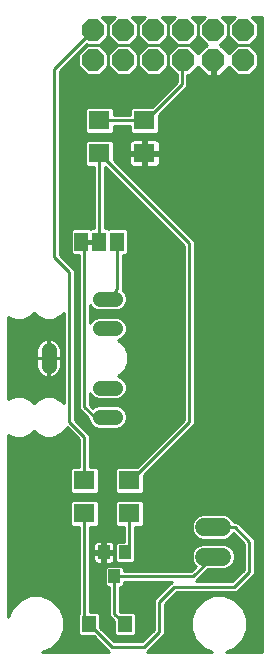
<source format=gtl>
G75*
%MOIN*%
%OFA0B0*%
%FSLAX25Y25*%
%IPPOS*%
%LPD*%
%AMOC8*
5,1,8,0,0,1.08239X$1,22.5*
%
%ADD10C,0.05118*%
%ADD11OC8,0.07400*%
%ADD12R,0.04600X0.06300*%
%ADD13C,0.01600*%
%ADD14R,0.04724X0.05512*%
%ADD15R,0.07087X0.06299*%
%ADD16R,0.04000X0.04500*%
%ADD17C,0.05937*%
%ADD18C,0.01000*%
D10*
X0046689Y0093075D02*
X0051807Y0093075D01*
X0051807Y0102917D02*
X0046689Y0102917D01*
X0046689Y0122602D02*
X0051807Y0122602D01*
X0051807Y0132445D02*
X0046689Y0132445D01*
X0029563Y0115319D02*
X0029563Y0110201D01*
D11*
X0044453Y0212091D03*
X0044453Y0222091D03*
X0054453Y0222091D03*
X0054453Y0212091D03*
X0064453Y0212091D03*
X0064453Y0222091D03*
X0074453Y0222091D03*
X0074453Y0212091D03*
X0084453Y0212091D03*
X0084453Y0222091D03*
X0094453Y0222091D03*
X0094453Y0212091D03*
D12*
X0052500Y0151500D03*
X0046500Y0151500D03*
X0040500Y0151500D03*
D13*
X0041500Y0151500D02*
X0046500Y0151500D01*
D14*
X0043094Y0024000D03*
X0054906Y0024000D03*
D15*
X0056500Y0060988D03*
X0056500Y0072012D03*
X0041500Y0072012D03*
X0041500Y0060988D03*
X0046500Y0180988D03*
X0046500Y0192012D03*
X0061500Y0192012D03*
X0061500Y0180988D03*
D16*
X0055000Y0048000D03*
X0051500Y0040000D03*
X0048000Y0048000D03*
D17*
X0081465Y0046579D02*
X0087402Y0046579D01*
X0087402Y0056421D02*
X0081465Y0056421D01*
D18*
X0016000Y0026403D02*
X0016000Y0087188D01*
X0018355Y0086213D01*
X0021085Y0086213D01*
X0023608Y0087257D01*
X0024642Y0088291D01*
X0025676Y0087257D01*
X0028198Y0086213D01*
X0030928Y0086213D01*
X0033450Y0087257D01*
X0035380Y0089188D01*
X0035640Y0089814D01*
X0035754Y0089700D01*
X0039700Y0085754D01*
X0039700Y0076461D01*
X0037418Y0076461D01*
X0036657Y0075700D01*
X0036657Y0068324D01*
X0037418Y0067562D01*
X0045582Y0067562D01*
X0046343Y0068324D01*
X0046343Y0075700D01*
X0045582Y0076461D01*
X0043300Y0076461D01*
X0043300Y0087246D01*
X0038300Y0092246D01*
X0038300Y0142246D01*
X0033300Y0147246D01*
X0033300Y0208392D01*
X0042190Y0217282D01*
X0042382Y0217091D01*
X0046524Y0217091D01*
X0049453Y0220019D01*
X0052382Y0217091D01*
X0056524Y0217091D01*
X0059453Y0220019D01*
X0062382Y0217091D01*
X0066524Y0217091D01*
X0069453Y0220019D01*
X0072382Y0217091D01*
X0076524Y0217091D01*
X0079453Y0220019D01*
X0082240Y0217232D01*
X0079311Y0214303D01*
X0076524Y0217091D01*
X0072382Y0217091D01*
X0069453Y0214162D01*
X0069453Y0210019D01*
X0072200Y0207272D01*
X0072200Y0204746D01*
X0063916Y0196461D01*
X0057418Y0196461D01*
X0056657Y0195700D01*
X0056657Y0193812D01*
X0051343Y0193812D01*
X0051343Y0195700D01*
X0050582Y0196461D01*
X0042418Y0196461D01*
X0041657Y0195700D01*
X0041657Y0188324D01*
X0042418Y0187562D01*
X0050582Y0187562D01*
X0051343Y0188324D01*
X0051343Y0190212D01*
X0056657Y0190212D01*
X0056657Y0188324D01*
X0057418Y0187562D01*
X0065582Y0187562D01*
X0066343Y0188324D01*
X0066343Y0193798D01*
X0074746Y0202200D01*
X0075800Y0203254D01*
X0075800Y0207091D01*
X0076524Y0207091D01*
X0079311Y0209878D01*
X0082299Y0206891D01*
X0083953Y0206891D01*
X0083953Y0211590D01*
X0084953Y0211590D01*
X0084953Y0206891D01*
X0086607Y0206891D01*
X0089594Y0209878D01*
X0092382Y0207091D01*
X0096524Y0207091D01*
X0099453Y0210019D01*
X0099453Y0214162D01*
X0096524Y0217091D01*
X0099453Y0220019D01*
X0099453Y0224162D01*
X0097244Y0226370D01*
X0100701Y0226370D01*
X0100701Y0014898D01*
X0088529Y0014898D01*
X0091642Y0016187D01*
X0094293Y0018838D01*
X0095728Y0022302D01*
X0095728Y0026052D01*
X0094293Y0029516D01*
X0091642Y0032167D01*
X0088178Y0033602D01*
X0084428Y0033602D01*
X0080964Y0032167D01*
X0078313Y0029516D01*
X0076878Y0026052D01*
X0076878Y0022302D01*
X0078313Y0018838D01*
X0080964Y0016187D01*
X0084077Y0014898D01*
X0062443Y0014898D01*
X0063300Y0015754D01*
X0068300Y0020754D01*
X0068300Y0030754D01*
X0072246Y0034700D01*
X0092246Y0034700D01*
X0093300Y0035754D01*
X0098300Y0040754D01*
X0098300Y0052246D01*
X0097246Y0053300D01*
X0092324Y0058221D01*
X0091276Y0058221D01*
X0091020Y0058839D01*
X0089819Y0060040D01*
X0088251Y0060690D01*
X0080616Y0060690D01*
X0079047Y0060040D01*
X0077846Y0058839D01*
X0077196Y0057270D01*
X0077196Y0055572D01*
X0077846Y0054003D01*
X0079047Y0052803D01*
X0080616Y0052153D01*
X0088251Y0052153D01*
X0089819Y0052803D01*
X0091020Y0054003D01*
X0091146Y0054308D01*
X0094700Y0050754D01*
X0094700Y0042246D01*
X0090754Y0038300D01*
X0078700Y0038300D01*
X0082710Y0042310D01*
X0088251Y0042310D01*
X0089819Y0042960D01*
X0091020Y0044161D01*
X0091670Y0045730D01*
X0091670Y0047428D01*
X0091020Y0048997D01*
X0089819Y0050197D01*
X0088251Y0050847D01*
X0080616Y0050847D01*
X0079047Y0050197D01*
X0077846Y0048997D01*
X0077196Y0047428D01*
X0077196Y0045730D01*
X0077846Y0044161D01*
X0078658Y0043349D01*
X0077109Y0041800D01*
X0054800Y0041800D01*
X0054800Y0042788D01*
X0054038Y0043550D01*
X0048962Y0043550D01*
X0048200Y0042788D01*
X0048200Y0037212D01*
X0048962Y0036450D01*
X0049700Y0036450D01*
X0049700Y0026660D01*
X0051243Y0025117D01*
X0051243Y0020706D01*
X0052005Y0019944D01*
X0057806Y0019944D01*
X0058568Y0020706D01*
X0058568Y0027294D01*
X0057806Y0028056D01*
X0053395Y0028056D01*
X0053300Y0028151D01*
X0053300Y0036450D01*
X0054038Y0036450D01*
X0054800Y0037212D01*
X0054800Y0038200D01*
X0070654Y0038200D01*
X0065754Y0033300D01*
X0064700Y0032246D01*
X0064700Y0022246D01*
X0060754Y0018300D01*
X0051340Y0018300D01*
X0046757Y0022883D01*
X0046757Y0027294D01*
X0045995Y0028056D01*
X0043300Y0028056D01*
X0043300Y0056539D01*
X0045582Y0056539D01*
X0046343Y0057300D01*
X0046343Y0064676D01*
X0045582Y0065438D01*
X0037418Y0065438D01*
X0036657Y0064676D01*
X0036657Y0057300D01*
X0037418Y0056539D01*
X0039700Y0056539D01*
X0039700Y0027562D01*
X0039432Y0027294D01*
X0039432Y0020706D01*
X0040194Y0019944D01*
X0044605Y0019944D01*
X0049651Y0014898D01*
X0027505Y0014898D01*
X0030618Y0016187D01*
X0033270Y0018838D01*
X0034705Y0022302D01*
X0034705Y0026052D01*
X0033270Y0029516D01*
X0030618Y0032167D01*
X0027154Y0033602D01*
X0023405Y0033602D01*
X0019941Y0032167D01*
X0017289Y0029516D01*
X0016000Y0026403D01*
X0016000Y0027372D02*
X0016401Y0027372D01*
X0016000Y0028370D02*
X0016815Y0028370D01*
X0017229Y0029369D02*
X0016000Y0029369D01*
X0016000Y0030368D02*
X0018141Y0030368D01*
X0019139Y0031366D02*
X0016000Y0031366D01*
X0016000Y0032365D02*
X0020417Y0032365D01*
X0022828Y0033363D02*
X0016000Y0033363D01*
X0016000Y0034362D02*
X0039700Y0034362D01*
X0039700Y0035360D02*
X0016000Y0035360D01*
X0016000Y0036359D02*
X0039700Y0036359D01*
X0039700Y0037357D02*
X0016000Y0037357D01*
X0016000Y0038356D02*
X0039700Y0038356D01*
X0039700Y0039354D02*
X0016000Y0039354D01*
X0016000Y0040353D02*
X0039700Y0040353D01*
X0039700Y0041351D02*
X0016000Y0041351D01*
X0016000Y0042350D02*
X0039700Y0042350D01*
X0039700Y0043348D02*
X0016000Y0043348D01*
X0016000Y0044347D02*
X0039700Y0044347D01*
X0039700Y0045345D02*
X0016000Y0045345D01*
X0016000Y0046344D02*
X0039700Y0046344D01*
X0039700Y0047342D02*
X0016000Y0047342D01*
X0016000Y0048341D02*
X0039700Y0048341D01*
X0039700Y0049339D02*
X0016000Y0049339D01*
X0016000Y0050338D02*
X0039700Y0050338D01*
X0039700Y0051336D02*
X0016000Y0051336D01*
X0016000Y0052335D02*
X0039700Y0052335D01*
X0039700Y0053333D02*
X0016000Y0053333D01*
X0016000Y0054332D02*
X0039700Y0054332D01*
X0039700Y0055330D02*
X0016000Y0055330D01*
X0016000Y0056329D02*
X0039700Y0056329D01*
X0036657Y0057327D02*
X0016000Y0057327D01*
X0016000Y0058326D02*
X0036657Y0058326D01*
X0036657Y0059324D02*
X0016000Y0059324D01*
X0016000Y0060323D02*
X0036657Y0060323D01*
X0036657Y0061321D02*
X0016000Y0061321D01*
X0016000Y0062320D02*
X0036657Y0062320D01*
X0036657Y0063318D02*
X0016000Y0063318D01*
X0016000Y0064317D02*
X0036657Y0064317D01*
X0037296Y0065315D02*
X0016000Y0065315D01*
X0016000Y0066314D02*
X0100701Y0066314D01*
X0100701Y0067312D02*
X0016000Y0067312D01*
X0016000Y0068311D02*
X0036669Y0068311D01*
X0036657Y0069309D02*
X0016000Y0069309D01*
X0016000Y0070308D02*
X0036657Y0070308D01*
X0036657Y0071306D02*
X0016000Y0071306D01*
X0016000Y0072305D02*
X0036657Y0072305D01*
X0036657Y0073303D02*
X0016000Y0073303D01*
X0016000Y0074302D02*
X0036657Y0074302D01*
X0036657Y0075301D02*
X0016000Y0075301D01*
X0016000Y0076299D02*
X0037256Y0076299D01*
X0039700Y0077298D02*
X0016000Y0077298D01*
X0016000Y0078296D02*
X0039700Y0078296D01*
X0039700Y0079295D02*
X0016000Y0079295D01*
X0016000Y0080293D02*
X0039700Y0080293D01*
X0039700Y0081292D02*
X0016000Y0081292D01*
X0016000Y0082290D02*
X0039700Y0082290D01*
X0039700Y0083289D02*
X0016000Y0083289D01*
X0016000Y0084287D02*
X0039700Y0084287D01*
X0039700Y0085286D02*
X0016000Y0085286D01*
X0016000Y0086284D02*
X0018183Y0086284D01*
X0021258Y0086284D02*
X0028025Y0086284D01*
X0025651Y0087283D02*
X0023633Y0087283D01*
X0024631Y0088281D02*
X0024652Y0088281D01*
X0024642Y0097858D02*
X0023608Y0098892D01*
X0021085Y0099937D01*
X0018355Y0099937D01*
X0016000Y0098961D01*
X0016000Y0126558D01*
X0018355Y0125583D01*
X0021085Y0125583D01*
X0023608Y0126627D01*
X0024642Y0127662D01*
X0025676Y0126627D01*
X0028198Y0125583D01*
X0030928Y0125583D01*
X0033450Y0126627D01*
X0034700Y0127877D01*
X0034700Y0097642D01*
X0033450Y0098892D01*
X0030928Y0099937D01*
X0028198Y0099937D01*
X0025676Y0098892D01*
X0024642Y0097858D01*
X0024234Y0098266D02*
X0025050Y0098266D01*
X0026575Y0099265D02*
X0022708Y0099265D01*
X0027640Y0106604D02*
X0026975Y0107048D01*
X0026410Y0107613D01*
X0025966Y0108278D01*
X0025660Y0109017D01*
X0025504Y0109801D01*
X0025504Y0112669D01*
X0029472Y0112669D01*
X0029472Y0112850D01*
X0025504Y0112850D01*
X0025504Y0115719D01*
X0025660Y0116503D01*
X0025966Y0117242D01*
X0026410Y0117906D01*
X0026975Y0118472D01*
X0027640Y0118916D01*
X0028379Y0119222D01*
X0029163Y0119378D01*
X0029472Y0119378D01*
X0029472Y0112850D01*
X0029654Y0112850D01*
X0033622Y0112850D01*
X0033622Y0115719D01*
X0033466Y0116503D01*
X0033160Y0117242D01*
X0032716Y0117906D01*
X0032150Y0118472D01*
X0031486Y0118916D01*
X0030747Y0119222D01*
X0029963Y0119378D01*
X0029654Y0119378D01*
X0029654Y0112850D01*
X0029654Y0112669D01*
X0033622Y0112669D01*
X0033622Y0109801D01*
X0033466Y0109017D01*
X0033160Y0108278D01*
X0032716Y0107613D01*
X0032150Y0107048D01*
X0031486Y0106604D01*
X0030747Y0106298D01*
X0029963Y0106142D01*
X0029654Y0106142D01*
X0029654Y0112669D01*
X0029472Y0112669D01*
X0029472Y0106142D01*
X0029163Y0106142D01*
X0028379Y0106298D01*
X0027640Y0106604D01*
X0028597Y0106254D02*
X0016000Y0106254D01*
X0016000Y0105256D02*
X0034700Y0105256D01*
X0034700Y0106254D02*
X0030529Y0106254D01*
X0029654Y0106254D02*
X0029472Y0106254D01*
X0029472Y0107253D02*
X0029654Y0107253D01*
X0029654Y0108251D02*
X0029472Y0108251D01*
X0029472Y0109250D02*
X0029654Y0109250D01*
X0029654Y0110248D02*
X0029472Y0110248D01*
X0029472Y0111247D02*
X0029654Y0111247D01*
X0029654Y0112245D02*
X0029472Y0112245D01*
X0029472Y0113244D02*
X0029654Y0113244D01*
X0029654Y0114242D02*
X0029472Y0114242D01*
X0029472Y0115241D02*
X0029654Y0115241D01*
X0029654Y0116239D02*
X0029472Y0116239D01*
X0029472Y0117238D02*
X0029654Y0117238D01*
X0029654Y0118237D02*
X0029472Y0118237D01*
X0029472Y0119235D02*
X0029654Y0119235D01*
X0030681Y0119235D02*
X0034700Y0119235D01*
X0034700Y0118237D02*
X0032386Y0118237D01*
X0033162Y0117238D02*
X0034700Y0117238D01*
X0034700Y0116239D02*
X0033518Y0116239D01*
X0033622Y0115241D02*
X0034700Y0115241D01*
X0034700Y0114242D02*
X0033622Y0114242D01*
X0033622Y0113244D02*
X0034700Y0113244D01*
X0034700Y0112245D02*
X0033622Y0112245D01*
X0033622Y0111247D02*
X0034700Y0111247D01*
X0034700Y0110248D02*
X0033622Y0110248D01*
X0033512Y0109250D02*
X0034700Y0109250D01*
X0034700Y0108251D02*
X0033142Y0108251D01*
X0032355Y0107253D02*
X0034700Y0107253D01*
X0034700Y0104257D02*
X0016000Y0104257D01*
X0016000Y0103259D02*
X0034700Y0103259D01*
X0034700Y0102260D02*
X0016000Y0102260D01*
X0016000Y0101262D02*
X0034700Y0101262D01*
X0034700Y0100263D02*
X0016000Y0100263D01*
X0016000Y0099265D02*
X0016733Y0099265D01*
X0016000Y0107253D02*
X0026771Y0107253D01*
X0025984Y0108251D02*
X0016000Y0108251D01*
X0016000Y0109250D02*
X0025614Y0109250D01*
X0025504Y0110248D02*
X0016000Y0110248D01*
X0016000Y0111247D02*
X0025504Y0111247D01*
X0025504Y0112245D02*
X0016000Y0112245D01*
X0016000Y0113244D02*
X0025504Y0113244D01*
X0025504Y0114242D02*
X0016000Y0114242D01*
X0016000Y0115241D02*
X0025504Y0115241D01*
X0025608Y0116239D02*
X0016000Y0116239D01*
X0016000Y0117238D02*
X0025964Y0117238D01*
X0026740Y0118237D02*
X0016000Y0118237D01*
X0016000Y0119235D02*
X0028445Y0119235D01*
X0026648Y0126225D02*
X0022635Y0126225D01*
X0024203Y0127223D02*
X0025080Y0127223D01*
X0032478Y0126225D02*
X0034700Y0126225D01*
X0034700Y0127223D02*
X0034046Y0127223D01*
X0034700Y0125226D02*
X0016000Y0125226D01*
X0016000Y0124228D02*
X0034700Y0124228D01*
X0034700Y0123229D02*
X0016000Y0123229D01*
X0016000Y0122231D02*
X0034700Y0122231D01*
X0034700Y0121232D02*
X0016000Y0121232D01*
X0016000Y0120234D02*
X0034700Y0120234D01*
X0038300Y0120234D02*
X0039700Y0120234D01*
X0039700Y0121232D02*
X0038300Y0121232D01*
X0038300Y0122231D02*
X0039700Y0122231D01*
X0039700Y0123229D02*
X0038300Y0123229D01*
X0038300Y0124228D02*
X0039700Y0124228D01*
X0039700Y0125226D02*
X0038300Y0125226D01*
X0038300Y0126225D02*
X0039700Y0126225D01*
X0039700Y0127223D02*
X0038300Y0127223D01*
X0038300Y0128222D02*
X0039700Y0128222D01*
X0039700Y0129220D02*
X0038300Y0129220D01*
X0038300Y0130219D02*
X0039700Y0130219D01*
X0039700Y0131217D02*
X0038300Y0131217D01*
X0038300Y0132216D02*
X0039700Y0132216D01*
X0039700Y0133214D02*
X0038300Y0133214D01*
X0038300Y0134213D02*
X0039700Y0134213D01*
X0039700Y0135211D02*
X0038300Y0135211D01*
X0038300Y0136210D02*
X0039700Y0136210D01*
X0039700Y0137208D02*
X0038300Y0137208D01*
X0038300Y0138207D02*
X0039700Y0138207D01*
X0039700Y0139205D02*
X0038300Y0139205D01*
X0038300Y0140204D02*
X0039700Y0140204D01*
X0039700Y0141202D02*
X0038300Y0141202D01*
X0038300Y0142201D02*
X0039700Y0142201D01*
X0039700Y0143199D02*
X0037346Y0143199D01*
X0036348Y0144198D02*
X0039700Y0144198D01*
X0039700Y0145196D02*
X0035349Y0145196D01*
X0034351Y0146195D02*
X0039700Y0146195D01*
X0039700Y0147050D02*
X0039700Y0095754D01*
X0040754Y0094700D01*
X0042830Y0092624D01*
X0042830Y0092307D01*
X0043417Y0090889D01*
X0044503Y0089803D01*
X0045921Y0089216D01*
X0052575Y0089216D01*
X0053993Y0089803D01*
X0055079Y0090889D01*
X0055666Y0092307D01*
X0055666Y0093842D01*
X0055079Y0095261D01*
X0053993Y0096346D01*
X0052575Y0096934D01*
X0045921Y0096934D01*
X0044503Y0096346D01*
X0044351Y0096194D01*
X0043300Y0097246D01*
X0043300Y0101015D01*
X0043417Y0100731D01*
X0044503Y0099646D01*
X0045921Y0099058D01*
X0052575Y0099058D01*
X0053993Y0099646D01*
X0055079Y0100731D01*
X0055666Y0102150D01*
X0055666Y0103685D01*
X0055079Y0105103D01*
X0053993Y0106189D01*
X0052655Y0106743D01*
X0053135Y0106942D01*
X0055066Y0108873D01*
X0056110Y0111395D01*
X0056110Y0114125D01*
X0055066Y0116647D01*
X0053135Y0118577D01*
X0052655Y0118776D01*
X0053993Y0119331D01*
X0055079Y0120416D01*
X0055666Y0121835D01*
X0055666Y0123370D01*
X0055079Y0124788D01*
X0053993Y0125874D01*
X0052575Y0126461D01*
X0045921Y0126461D01*
X0044503Y0125874D01*
X0043417Y0124788D01*
X0043300Y0124505D01*
X0043300Y0130542D01*
X0043417Y0130259D01*
X0044503Y0129173D01*
X0045921Y0128586D01*
X0052575Y0128586D01*
X0053993Y0129173D01*
X0055079Y0130259D01*
X0055666Y0131677D01*
X0055666Y0133212D01*
X0055079Y0134631D01*
X0054300Y0135409D01*
X0054300Y0147050D01*
X0055338Y0147050D01*
X0056100Y0147812D01*
X0056100Y0155188D01*
X0055338Y0155950D01*
X0049662Y0155950D01*
X0049500Y0155788D01*
X0049338Y0155950D01*
X0048300Y0155950D01*
X0048300Y0176539D01*
X0048404Y0176539D01*
X0074700Y0150243D01*
X0074700Y0092246D01*
X0058916Y0076461D01*
X0052418Y0076461D01*
X0051657Y0075700D01*
X0051657Y0068324D01*
X0052418Y0067562D01*
X0060582Y0067562D01*
X0061343Y0068324D01*
X0061343Y0073798D01*
X0077246Y0089700D01*
X0078300Y0090754D01*
X0078300Y0151734D01*
X0077246Y0152788D01*
X0077246Y0152788D01*
X0051343Y0178690D01*
X0051343Y0184676D01*
X0050582Y0185438D01*
X0042418Y0185438D01*
X0041657Y0184676D01*
X0041657Y0177300D01*
X0042418Y0176539D01*
X0044700Y0176539D01*
X0044700Y0155950D01*
X0043662Y0155950D01*
X0043500Y0155788D01*
X0043338Y0155950D01*
X0037662Y0155950D01*
X0036900Y0155188D01*
X0036900Y0147812D01*
X0037662Y0147050D01*
X0039700Y0147050D01*
X0037518Y0147193D02*
X0033352Y0147193D01*
X0033300Y0148192D02*
X0036900Y0148192D01*
X0036900Y0149190D02*
X0033300Y0149190D01*
X0033300Y0150189D02*
X0036900Y0150189D01*
X0036900Y0151187D02*
X0033300Y0151187D01*
X0033300Y0152186D02*
X0036900Y0152186D01*
X0036900Y0153184D02*
X0033300Y0153184D01*
X0033300Y0154183D02*
X0036900Y0154183D01*
X0036900Y0155181D02*
X0033300Y0155181D01*
X0033300Y0156180D02*
X0044700Y0156180D01*
X0044700Y0157178D02*
X0033300Y0157178D01*
X0033300Y0158177D02*
X0044700Y0158177D01*
X0044700Y0159175D02*
X0033300Y0159175D01*
X0033300Y0160174D02*
X0044700Y0160174D01*
X0044700Y0161172D02*
X0033300Y0161172D01*
X0033300Y0162171D02*
X0044700Y0162171D01*
X0044700Y0163170D02*
X0033300Y0163170D01*
X0033300Y0164168D02*
X0044700Y0164168D01*
X0044700Y0165167D02*
X0033300Y0165167D01*
X0033300Y0166165D02*
X0044700Y0166165D01*
X0044700Y0167164D02*
X0033300Y0167164D01*
X0033300Y0168162D02*
X0044700Y0168162D01*
X0044700Y0169161D02*
X0033300Y0169161D01*
X0033300Y0170159D02*
X0044700Y0170159D01*
X0044700Y0171158D02*
X0033300Y0171158D01*
X0033300Y0172156D02*
X0044700Y0172156D01*
X0044700Y0173155D02*
X0033300Y0173155D01*
X0033300Y0174153D02*
X0044700Y0174153D01*
X0044700Y0175152D02*
X0033300Y0175152D01*
X0033300Y0176150D02*
X0044700Y0176150D01*
X0041808Y0177149D02*
X0033300Y0177149D01*
X0033300Y0178147D02*
X0041657Y0178147D01*
X0041657Y0179146D02*
X0033300Y0179146D01*
X0033300Y0180144D02*
X0041657Y0180144D01*
X0041657Y0181143D02*
X0033300Y0181143D01*
X0033300Y0182141D02*
X0041657Y0182141D01*
X0041657Y0183140D02*
X0033300Y0183140D01*
X0033300Y0184138D02*
X0041657Y0184138D01*
X0042117Y0185137D02*
X0033300Y0185137D01*
X0033300Y0186135D02*
X0100701Y0186135D01*
X0100701Y0185137D02*
X0066166Y0185137D01*
X0066244Y0185059D02*
X0065964Y0185338D01*
X0065622Y0185536D01*
X0065241Y0185638D01*
X0062000Y0185638D01*
X0062000Y0181488D01*
X0066543Y0181488D01*
X0066543Y0184335D01*
X0066441Y0184717D01*
X0066244Y0185059D01*
X0066543Y0184138D02*
X0100701Y0184138D01*
X0100701Y0183140D02*
X0066543Y0183140D01*
X0066543Y0182141D02*
X0100701Y0182141D01*
X0100701Y0181143D02*
X0062000Y0181143D01*
X0062000Y0181488D02*
X0062000Y0180488D01*
X0062000Y0176339D01*
X0065241Y0176339D01*
X0065622Y0176441D01*
X0065964Y0176638D01*
X0066244Y0176918D01*
X0066441Y0177260D01*
X0066543Y0177641D01*
X0066543Y0180488D01*
X0062000Y0180488D01*
X0061000Y0180488D01*
X0061000Y0176339D01*
X0057759Y0176339D01*
X0057378Y0176441D01*
X0057036Y0176638D01*
X0056756Y0176918D01*
X0056559Y0177260D01*
X0056457Y0177641D01*
X0056457Y0180488D01*
X0061000Y0180488D01*
X0061000Y0181488D01*
X0056457Y0181488D01*
X0056457Y0184335D01*
X0056559Y0184717D01*
X0056756Y0185059D01*
X0057036Y0185338D01*
X0057378Y0185536D01*
X0057759Y0185638D01*
X0061000Y0185638D01*
X0061000Y0181488D01*
X0062000Y0181488D01*
X0062000Y0182141D02*
X0061000Y0182141D01*
X0061000Y0181143D02*
X0051343Y0181143D01*
X0051343Y0182141D02*
X0056457Y0182141D01*
X0056457Y0183140D02*
X0051343Y0183140D01*
X0051343Y0184138D02*
X0056457Y0184138D01*
X0056834Y0185137D02*
X0050883Y0185137D01*
X0051152Y0188132D02*
X0056848Y0188132D01*
X0056657Y0189131D02*
X0051343Y0189131D01*
X0051343Y0190129D02*
X0056657Y0190129D01*
X0056657Y0194123D02*
X0051343Y0194123D01*
X0051343Y0195122D02*
X0056657Y0195122D01*
X0057077Y0196120D02*
X0050923Y0196120D01*
X0046500Y0192012D02*
X0061500Y0192012D01*
X0062012Y0192012D01*
X0074000Y0204000D01*
X0074000Y0211638D01*
X0074453Y0212091D01*
X0077536Y0208103D02*
X0081087Y0208103D01*
X0080088Y0209101D02*
X0078534Y0209101D01*
X0076537Y0207104D02*
X0082085Y0207104D01*
X0083953Y0207104D02*
X0084953Y0207104D01*
X0084953Y0208103D02*
X0083953Y0208103D01*
X0083953Y0209101D02*
X0084953Y0209101D01*
X0084953Y0210100D02*
X0083953Y0210100D01*
X0083953Y0211098D02*
X0084953Y0211098D01*
X0086820Y0207104D02*
X0092368Y0207104D01*
X0091370Y0208103D02*
X0087819Y0208103D01*
X0088817Y0209101D02*
X0090371Y0209101D01*
X0089594Y0214303D02*
X0086665Y0217232D01*
X0089453Y0220019D01*
X0092382Y0217091D01*
X0096524Y0217091D01*
X0092382Y0217091D01*
X0089594Y0214303D01*
X0088805Y0215092D02*
X0090383Y0215092D01*
X0091382Y0216091D02*
X0087807Y0216091D01*
X0086808Y0217089D02*
X0092380Y0217089D01*
X0091385Y0218088D02*
X0087521Y0218088D01*
X0088519Y0219086D02*
X0090386Y0219086D01*
X0089453Y0220019D02*
X0089453Y0224162D01*
X0091661Y0226370D01*
X0087244Y0226370D01*
X0089453Y0224162D01*
X0089453Y0220019D01*
X0089453Y0220085D02*
X0089453Y0220085D01*
X0089453Y0221083D02*
X0089453Y0221083D01*
X0089453Y0222082D02*
X0089453Y0222082D01*
X0089453Y0223080D02*
X0089453Y0223080D01*
X0089453Y0224079D02*
X0089453Y0224079D01*
X0090368Y0225077D02*
X0088537Y0225077D01*
X0087539Y0226076D02*
X0091367Y0226076D01*
X0096525Y0217089D02*
X0100701Y0217089D01*
X0100701Y0216091D02*
X0097524Y0216091D01*
X0098522Y0215092D02*
X0100701Y0215092D01*
X0100701Y0214094D02*
X0099453Y0214094D01*
X0099453Y0213095D02*
X0100701Y0213095D01*
X0100701Y0212097D02*
X0099453Y0212097D01*
X0099453Y0211098D02*
X0100701Y0211098D01*
X0100701Y0210100D02*
X0099453Y0210100D01*
X0098534Y0209101D02*
X0100701Y0209101D01*
X0100701Y0208103D02*
X0097536Y0208103D01*
X0096537Y0207104D02*
X0100701Y0207104D01*
X0100701Y0206105D02*
X0075800Y0206105D01*
X0075800Y0205107D02*
X0100701Y0205107D01*
X0100701Y0204108D02*
X0075800Y0204108D01*
X0075656Y0203110D02*
X0100701Y0203110D01*
X0100701Y0202111D02*
X0074657Y0202111D01*
X0073659Y0201113D02*
X0100701Y0201113D01*
X0100701Y0200114D02*
X0072660Y0200114D01*
X0071662Y0199116D02*
X0100701Y0199116D01*
X0100701Y0198117D02*
X0070663Y0198117D01*
X0069664Y0197119D02*
X0100701Y0197119D01*
X0100701Y0196120D02*
X0068666Y0196120D01*
X0067667Y0195122D02*
X0100701Y0195122D01*
X0100701Y0194123D02*
X0066669Y0194123D01*
X0066343Y0193125D02*
X0100701Y0193125D01*
X0100701Y0192126D02*
X0066343Y0192126D01*
X0066343Y0191128D02*
X0100701Y0191128D01*
X0100701Y0190129D02*
X0066343Y0190129D01*
X0066343Y0189131D02*
X0100701Y0189131D01*
X0100701Y0188132D02*
X0066152Y0188132D01*
X0066543Y0180144D02*
X0100701Y0180144D01*
X0100701Y0179146D02*
X0066543Y0179146D01*
X0066543Y0178147D02*
X0100701Y0178147D01*
X0100701Y0177149D02*
X0066377Y0177149D01*
X0062000Y0177149D02*
X0061000Y0177149D01*
X0061000Y0178147D02*
X0062000Y0178147D01*
X0062000Y0179146D02*
X0061000Y0179146D01*
X0061000Y0180144D02*
X0062000Y0180144D01*
X0062000Y0183140D02*
X0061000Y0183140D01*
X0061000Y0184138D02*
X0062000Y0184138D01*
X0062000Y0185137D02*
X0061000Y0185137D01*
X0056457Y0180144D02*
X0051343Y0180144D01*
X0051343Y0179146D02*
X0056457Y0179146D01*
X0056457Y0178147D02*
X0051887Y0178147D01*
X0052885Y0177149D02*
X0056623Y0177149D01*
X0054882Y0175152D02*
X0100701Y0175152D01*
X0100701Y0176150D02*
X0053884Y0176150D01*
X0055881Y0174153D02*
X0100701Y0174153D01*
X0100701Y0173155D02*
X0056879Y0173155D01*
X0057878Y0172156D02*
X0100701Y0172156D01*
X0100701Y0171158D02*
X0058876Y0171158D01*
X0059875Y0170159D02*
X0100701Y0170159D01*
X0100701Y0169161D02*
X0060873Y0169161D01*
X0061872Y0168162D02*
X0100701Y0168162D01*
X0100701Y0167164D02*
X0062870Y0167164D01*
X0063869Y0166165D02*
X0100701Y0166165D01*
X0100701Y0165167D02*
X0064867Y0165167D01*
X0065866Y0164168D02*
X0100701Y0164168D01*
X0100701Y0163170D02*
X0066864Y0163170D01*
X0067863Y0162171D02*
X0100701Y0162171D01*
X0100701Y0161172D02*
X0068861Y0161172D01*
X0069860Y0160174D02*
X0100701Y0160174D01*
X0100701Y0159175D02*
X0070858Y0159175D01*
X0071857Y0158177D02*
X0100701Y0158177D01*
X0100701Y0157178D02*
X0072855Y0157178D01*
X0073854Y0156180D02*
X0100701Y0156180D01*
X0100701Y0155181D02*
X0074852Y0155181D01*
X0075851Y0154183D02*
X0100701Y0154183D01*
X0100701Y0153184D02*
X0076849Y0153184D01*
X0077848Y0152186D02*
X0100701Y0152186D01*
X0100701Y0151187D02*
X0078300Y0151187D01*
X0078300Y0150189D02*
X0100701Y0150189D01*
X0100701Y0149190D02*
X0078300Y0149190D01*
X0078300Y0148192D02*
X0100701Y0148192D01*
X0100701Y0147193D02*
X0078300Y0147193D01*
X0078300Y0146195D02*
X0100701Y0146195D01*
X0100701Y0145196D02*
X0078300Y0145196D01*
X0078300Y0144198D02*
X0100701Y0144198D01*
X0100701Y0143199D02*
X0078300Y0143199D01*
X0078300Y0142201D02*
X0100701Y0142201D01*
X0100701Y0141202D02*
X0078300Y0141202D01*
X0078300Y0140204D02*
X0100701Y0140204D01*
X0100701Y0139205D02*
X0078300Y0139205D01*
X0078300Y0138207D02*
X0100701Y0138207D01*
X0100701Y0137208D02*
X0078300Y0137208D01*
X0078300Y0136210D02*
X0100701Y0136210D01*
X0100701Y0135211D02*
X0078300Y0135211D01*
X0078300Y0134213D02*
X0100701Y0134213D01*
X0100701Y0133214D02*
X0078300Y0133214D01*
X0078300Y0132216D02*
X0100701Y0132216D01*
X0100701Y0131217D02*
X0078300Y0131217D01*
X0078300Y0130219D02*
X0100701Y0130219D01*
X0100701Y0129220D02*
X0078300Y0129220D01*
X0078300Y0128222D02*
X0100701Y0128222D01*
X0100701Y0127223D02*
X0078300Y0127223D01*
X0078300Y0126225D02*
X0100701Y0126225D01*
X0100701Y0125226D02*
X0078300Y0125226D01*
X0078300Y0124228D02*
X0100701Y0124228D01*
X0100701Y0123229D02*
X0078300Y0123229D01*
X0078300Y0122231D02*
X0100701Y0122231D01*
X0100701Y0121232D02*
X0078300Y0121232D01*
X0078300Y0120234D02*
X0100701Y0120234D01*
X0100701Y0119235D02*
X0078300Y0119235D01*
X0078300Y0118237D02*
X0100701Y0118237D01*
X0100701Y0117238D02*
X0078300Y0117238D01*
X0078300Y0116239D02*
X0100701Y0116239D01*
X0100701Y0115241D02*
X0078300Y0115241D01*
X0078300Y0114242D02*
X0100701Y0114242D01*
X0100701Y0113244D02*
X0078300Y0113244D01*
X0078300Y0112245D02*
X0100701Y0112245D01*
X0100701Y0111247D02*
X0078300Y0111247D01*
X0078300Y0110248D02*
X0100701Y0110248D01*
X0100701Y0109250D02*
X0078300Y0109250D01*
X0078300Y0108251D02*
X0100701Y0108251D01*
X0100701Y0107253D02*
X0078300Y0107253D01*
X0078300Y0106254D02*
X0100701Y0106254D01*
X0100701Y0105256D02*
X0078300Y0105256D01*
X0078300Y0104257D02*
X0100701Y0104257D01*
X0100701Y0103259D02*
X0078300Y0103259D01*
X0078300Y0102260D02*
X0100701Y0102260D01*
X0100701Y0101262D02*
X0078300Y0101262D01*
X0078300Y0100263D02*
X0100701Y0100263D01*
X0100701Y0099265D02*
X0078300Y0099265D01*
X0078300Y0098266D02*
X0100701Y0098266D01*
X0100701Y0097268D02*
X0078300Y0097268D01*
X0078300Y0096269D02*
X0100701Y0096269D01*
X0100701Y0095271D02*
X0078300Y0095271D01*
X0078300Y0094272D02*
X0100701Y0094272D01*
X0100701Y0093274D02*
X0078300Y0093274D01*
X0078300Y0092275D02*
X0100701Y0092275D01*
X0100701Y0091277D02*
X0078300Y0091277D01*
X0077824Y0090278D02*
X0100701Y0090278D01*
X0100701Y0089280D02*
X0076825Y0089280D01*
X0075827Y0088281D02*
X0100701Y0088281D01*
X0100701Y0087283D02*
X0074828Y0087283D01*
X0073830Y0086284D02*
X0100701Y0086284D01*
X0100701Y0085286D02*
X0072831Y0085286D01*
X0071833Y0084287D02*
X0100701Y0084287D01*
X0100701Y0083289D02*
X0070834Y0083289D01*
X0069836Y0082290D02*
X0100701Y0082290D01*
X0100701Y0081292D02*
X0068837Y0081292D01*
X0067839Y0080293D02*
X0100701Y0080293D01*
X0100701Y0079295D02*
X0066840Y0079295D01*
X0065842Y0078296D02*
X0100701Y0078296D01*
X0100701Y0077298D02*
X0064843Y0077298D01*
X0063845Y0076299D02*
X0100701Y0076299D01*
X0100701Y0075301D02*
X0062846Y0075301D01*
X0061848Y0074302D02*
X0100701Y0074302D01*
X0100701Y0073303D02*
X0061343Y0073303D01*
X0061343Y0072305D02*
X0100701Y0072305D01*
X0100701Y0071306D02*
X0061343Y0071306D01*
X0061343Y0070308D02*
X0100701Y0070308D01*
X0100701Y0069309D02*
X0061343Y0069309D01*
X0061331Y0068311D02*
X0100701Y0068311D01*
X0100701Y0065315D02*
X0060704Y0065315D01*
X0060582Y0065438D02*
X0052418Y0065438D01*
X0051657Y0064676D01*
X0051657Y0057300D01*
X0052418Y0056539D01*
X0054700Y0056539D01*
X0054700Y0051550D01*
X0052462Y0051550D01*
X0051700Y0050788D01*
X0051700Y0045212D01*
X0052462Y0044450D01*
X0057538Y0044450D01*
X0058300Y0045212D01*
X0058300Y0056539D01*
X0060582Y0056539D01*
X0061343Y0057300D01*
X0061343Y0064676D01*
X0060582Y0065438D01*
X0061343Y0064317D02*
X0100701Y0064317D01*
X0100701Y0063318D02*
X0061343Y0063318D01*
X0061343Y0062320D02*
X0100701Y0062320D01*
X0100701Y0061321D02*
X0061343Y0061321D01*
X0061343Y0060323D02*
X0079730Y0060323D01*
X0078331Y0059324D02*
X0061343Y0059324D01*
X0061343Y0058326D02*
X0077633Y0058326D01*
X0077220Y0057327D02*
X0061343Y0057327D01*
X0058300Y0056329D02*
X0077196Y0056329D01*
X0077296Y0055330D02*
X0058300Y0055330D01*
X0058300Y0054332D02*
X0077710Y0054332D01*
X0078516Y0053333D02*
X0058300Y0053333D01*
X0058300Y0052335D02*
X0080176Y0052335D01*
X0079385Y0050338D02*
X0058300Y0050338D01*
X0058300Y0051336D02*
X0094118Y0051336D01*
X0094700Y0050338D02*
X0089481Y0050338D01*
X0090678Y0049339D02*
X0094700Y0049339D01*
X0094700Y0048341D02*
X0091292Y0048341D01*
X0091670Y0047342D02*
X0094700Y0047342D01*
X0094700Y0046344D02*
X0091670Y0046344D01*
X0091511Y0045345D02*
X0094700Y0045345D01*
X0094700Y0044347D02*
X0091097Y0044347D01*
X0090208Y0043348D02*
X0094700Y0043348D01*
X0094700Y0042350D02*
X0088346Y0042350D01*
X0090810Y0038356D02*
X0078755Y0038356D01*
X0079754Y0039354D02*
X0091809Y0039354D01*
X0092807Y0040353D02*
X0080753Y0040353D01*
X0081751Y0041351D02*
X0093806Y0041351D01*
X0094903Y0037357D02*
X0100701Y0037357D01*
X0100701Y0036359D02*
X0093904Y0036359D01*
X0092906Y0035360D02*
X0100701Y0035360D01*
X0100701Y0034362D02*
X0071907Y0034362D01*
X0070909Y0033363D02*
X0083851Y0033363D01*
X0081441Y0032365D02*
X0069910Y0032365D01*
X0068912Y0031366D02*
X0080163Y0031366D01*
X0079165Y0030368D02*
X0068300Y0030368D01*
X0068300Y0029369D02*
X0078252Y0029369D01*
X0077839Y0028370D02*
X0068300Y0028370D01*
X0068300Y0027372D02*
X0077425Y0027372D01*
X0077011Y0026373D02*
X0068300Y0026373D01*
X0068300Y0025375D02*
X0076878Y0025375D01*
X0076878Y0024376D02*
X0068300Y0024376D01*
X0068300Y0023378D02*
X0076878Y0023378D01*
X0076878Y0022379D02*
X0068300Y0022379D01*
X0068300Y0021381D02*
X0077260Y0021381D01*
X0077673Y0020382D02*
X0067928Y0020382D01*
X0066929Y0019384D02*
X0078087Y0019384D01*
X0078766Y0018385D02*
X0065931Y0018385D01*
X0064932Y0017387D02*
X0079764Y0017387D01*
X0080763Y0016388D02*
X0063934Y0016388D01*
X0062935Y0015390D02*
X0082889Y0015390D01*
X0089717Y0015390D02*
X0100701Y0015390D01*
X0100701Y0016388D02*
X0091843Y0016388D01*
X0092842Y0017387D02*
X0100701Y0017387D01*
X0100701Y0018385D02*
X0093840Y0018385D01*
X0094519Y0019384D02*
X0100701Y0019384D01*
X0100701Y0020382D02*
X0094933Y0020382D01*
X0095346Y0021381D02*
X0100701Y0021381D01*
X0100701Y0022379D02*
X0095728Y0022379D01*
X0095728Y0023378D02*
X0100701Y0023378D01*
X0100701Y0024376D02*
X0095728Y0024376D01*
X0095728Y0025375D02*
X0100701Y0025375D01*
X0100701Y0026373D02*
X0095595Y0026373D01*
X0095181Y0027372D02*
X0100701Y0027372D01*
X0100701Y0028370D02*
X0094768Y0028370D01*
X0094354Y0029369D02*
X0100701Y0029369D01*
X0100701Y0030368D02*
X0093442Y0030368D01*
X0092443Y0031366D02*
X0100701Y0031366D01*
X0100701Y0032365D02*
X0091166Y0032365D01*
X0091500Y0036500D02*
X0071500Y0036500D01*
X0066500Y0031500D01*
X0066500Y0021500D01*
X0061500Y0016500D01*
X0050594Y0016500D01*
X0043094Y0024000D01*
X0041500Y0025594D01*
X0041500Y0060988D01*
X0043300Y0056329D02*
X0054700Y0056329D01*
X0054700Y0055330D02*
X0043300Y0055330D01*
X0043300Y0054332D02*
X0054700Y0054332D01*
X0054700Y0053333D02*
X0043300Y0053333D01*
X0043300Y0052335D02*
X0054700Y0052335D01*
X0052248Y0051336D02*
X0051035Y0051336D01*
X0050921Y0051450D02*
X0050579Y0051648D01*
X0050197Y0051750D01*
X0048500Y0051750D01*
X0048500Y0048500D01*
X0047500Y0048500D01*
X0047500Y0051750D01*
X0045803Y0051750D01*
X0045421Y0051648D01*
X0045079Y0051450D01*
X0044800Y0051171D01*
X0044602Y0050829D01*
X0044500Y0050447D01*
X0044500Y0048500D01*
X0047500Y0048500D01*
X0047500Y0047500D01*
X0044500Y0047500D01*
X0044500Y0045553D01*
X0044602Y0045171D01*
X0044800Y0044829D01*
X0045079Y0044550D01*
X0045421Y0044352D01*
X0045803Y0044250D01*
X0047500Y0044250D01*
X0047500Y0047500D01*
X0048500Y0047500D01*
X0048500Y0048500D01*
X0051500Y0048500D01*
X0051500Y0050447D01*
X0051398Y0050829D01*
X0051200Y0051171D01*
X0050921Y0051450D01*
X0051500Y0050338D02*
X0051700Y0050338D01*
X0051700Y0049339D02*
X0051500Y0049339D01*
X0051700Y0048341D02*
X0048500Y0048341D01*
X0048500Y0047500D02*
X0051500Y0047500D01*
X0051500Y0045553D01*
X0051398Y0045171D01*
X0051200Y0044829D01*
X0050921Y0044550D01*
X0050579Y0044352D01*
X0050197Y0044250D01*
X0048500Y0044250D01*
X0048500Y0047500D01*
X0048500Y0047342D02*
X0047500Y0047342D01*
X0047500Y0046344D02*
X0048500Y0046344D01*
X0048500Y0045345D02*
X0047500Y0045345D01*
X0047500Y0044347D02*
X0048500Y0044347D01*
X0048760Y0043348D02*
X0043300Y0043348D01*
X0043300Y0042350D02*
X0048200Y0042350D01*
X0048200Y0041351D02*
X0043300Y0041351D01*
X0043300Y0040353D02*
X0048200Y0040353D01*
X0048200Y0039354D02*
X0043300Y0039354D01*
X0043300Y0038356D02*
X0048200Y0038356D01*
X0048200Y0037357D02*
X0043300Y0037357D01*
X0043300Y0036359D02*
X0049700Y0036359D01*
X0049700Y0035360D02*
X0043300Y0035360D01*
X0043300Y0034362D02*
X0049700Y0034362D01*
X0049700Y0033363D02*
X0043300Y0033363D01*
X0043300Y0032365D02*
X0049700Y0032365D01*
X0049700Y0031366D02*
X0043300Y0031366D01*
X0043300Y0030368D02*
X0049700Y0030368D01*
X0049700Y0029369D02*
X0043300Y0029369D01*
X0043300Y0028370D02*
X0049700Y0028370D01*
X0049700Y0027372D02*
X0046679Y0027372D01*
X0046757Y0026373D02*
X0049986Y0026373D01*
X0050985Y0025375D02*
X0046757Y0025375D01*
X0046757Y0024376D02*
X0051243Y0024376D01*
X0051243Y0023378D02*
X0046757Y0023378D01*
X0047261Y0022379D02*
X0051243Y0022379D01*
X0051243Y0021381D02*
X0048259Y0021381D01*
X0049258Y0020382D02*
X0051567Y0020382D01*
X0050256Y0019384D02*
X0061838Y0019384D01*
X0060840Y0018385D02*
X0051255Y0018385D01*
X0049159Y0015390D02*
X0028694Y0015390D01*
X0030820Y0016388D02*
X0048161Y0016388D01*
X0047162Y0017387D02*
X0031818Y0017387D01*
X0032817Y0018385D02*
X0046164Y0018385D01*
X0045165Y0019384D02*
X0033496Y0019384D01*
X0033909Y0020382D02*
X0039755Y0020382D01*
X0039432Y0021381D02*
X0034323Y0021381D01*
X0034705Y0022379D02*
X0039432Y0022379D01*
X0039432Y0023378D02*
X0034705Y0023378D01*
X0034705Y0024376D02*
X0039432Y0024376D01*
X0039432Y0025375D02*
X0034705Y0025375D01*
X0034571Y0026373D02*
X0039432Y0026373D01*
X0039510Y0027372D02*
X0034158Y0027372D01*
X0033744Y0028370D02*
X0039700Y0028370D01*
X0039700Y0029369D02*
X0033331Y0029369D01*
X0032418Y0030368D02*
X0039700Y0030368D01*
X0039700Y0031366D02*
X0031420Y0031366D01*
X0030142Y0032365D02*
X0039700Y0032365D01*
X0039700Y0033363D02*
X0027732Y0033363D01*
X0043300Y0044347D02*
X0045442Y0044347D01*
X0044556Y0045345D02*
X0043300Y0045345D01*
X0043300Y0046344D02*
X0044500Y0046344D01*
X0044500Y0047342D02*
X0043300Y0047342D01*
X0043300Y0048341D02*
X0047500Y0048341D01*
X0047500Y0049339D02*
X0048500Y0049339D01*
X0048500Y0050338D02*
X0047500Y0050338D01*
X0047500Y0051336D02*
X0048500Y0051336D01*
X0051500Y0047342D02*
X0051700Y0047342D01*
X0051700Y0046344D02*
X0051500Y0046344D01*
X0051444Y0045345D02*
X0051700Y0045345D01*
X0050558Y0044347D02*
X0077769Y0044347D01*
X0077355Y0045345D02*
X0058300Y0045345D01*
X0058300Y0046344D02*
X0077196Y0046344D01*
X0077196Y0047342D02*
X0058300Y0047342D01*
X0058300Y0048341D02*
X0077574Y0048341D01*
X0078188Y0049339D02*
X0058300Y0049339D01*
X0056500Y0046500D02*
X0055000Y0048000D01*
X0056500Y0046500D02*
X0056500Y0060988D01*
X0052296Y0065315D02*
X0045704Y0065315D01*
X0046343Y0064317D02*
X0051657Y0064317D01*
X0051657Y0063318D02*
X0046343Y0063318D01*
X0046343Y0062320D02*
X0051657Y0062320D01*
X0051657Y0061321D02*
X0046343Y0061321D01*
X0046343Y0060323D02*
X0051657Y0060323D01*
X0051657Y0059324D02*
X0046343Y0059324D01*
X0046343Y0058326D02*
X0051657Y0058326D01*
X0051657Y0057327D02*
X0046343Y0057327D01*
X0044965Y0051336D02*
X0043300Y0051336D01*
X0043300Y0050338D02*
X0044500Y0050338D01*
X0044500Y0049339D02*
X0043300Y0049339D01*
X0051500Y0040000D02*
X0077854Y0040000D01*
X0084433Y0046579D01*
X0088690Y0052335D02*
X0093120Y0052335D01*
X0092121Y0053333D02*
X0090350Y0053333D01*
X0091579Y0056421D02*
X0096500Y0051500D01*
X0096500Y0041500D01*
X0091500Y0036500D01*
X0088755Y0033363D02*
X0100701Y0033363D01*
X0100701Y0038356D02*
X0095901Y0038356D01*
X0096900Y0039354D02*
X0100701Y0039354D01*
X0100701Y0040353D02*
X0097898Y0040353D01*
X0098300Y0041351D02*
X0100701Y0041351D01*
X0100701Y0042350D02*
X0098300Y0042350D01*
X0098300Y0043348D02*
X0100701Y0043348D01*
X0100701Y0044347D02*
X0098300Y0044347D01*
X0098300Y0045345D02*
X0100701Y0045345D01*
X0100701Y0046344D02*
X0098300Y0046344D01*
X0098300Y0047342D02*
X0100701Y0047342D01*
X0100701Y0048341D02*
X0098300Y0048341D01*
X0098300Y0049339D02*
X0100701Y0049339D01*
X0100701Y0050338D02*
X0098300Y0050338D01*
X0098300Y0051336D02*
X0100701Y0051336D01*
X0100701Y0052335D02*
X0098211Y0052335D01*
X0097212Y0053333D02*
X0100701Y0053333D01*
X0100701Y0054332D02*
X0096214Y0054332D01*
X0095215Y0055330D02*
X0100701Y0055330D01*
X0100701Y0056329D02*
X0094217Y0056329D01*
X0093218Y0057327D02*
X0100701Y0057327D01*
X0100701Y0058326D02*
X0091233Y0058326D01*
X0090535Y0059324D02*
X0100701Y0059324D01*
X0100701Y0060323D02*
X0089136Y0060323D01*
X0091579Y0056421D02*
X0084433Y0056421D01*
X0078657Y0043348D02*
X0054240Y0043348D01*
X0054800Y0042350D02*
X0077658Y0042350D01*
X0069812Y0037357D02*
X0054800Y0037357D01*
X0053300Y0036359D02*
X0068813Y0036359D01*
X0067814Y0035360D02*
X0053300Y0035360D01*
X0053300Y0034362D02*
X0066816Y0034362D01*
X0065817Y0033363D02*
X0053300Y0033363D01*
X0053300Y0032365D02*
X0064819Y0032365D01*
X0064700Y0031366D02*
X0053300Y0031366D01*
X0053300Y0030368D02*
X0064700Y0030368D01*
X0064700Y0029369D02*
X0053300Y0029369D01*
X0053300Y0028370D02*
X0064700Y0028370D01*
X0064700Y0027372D02*
X0058490Y0027372D01*
X0058568Y0026373D02*
X0064700Y0026373D01*
X0064700Y0025375D02*
X0058568Y0025375D01*
X0058568Y0024376D02*
X0064700Y0024376D01*
X0064700Y0023378D02*
X0058568Y0023378D01*
X0058568Y0022379D02*
X0064700Y0022379D01*
X0063835Y0021381D02*
X0058568Y0021381D01*
X0058244Y0020382D02*
X0062837Y0020382D01*
X0054906Y0024000D02*
X0051500Y0027406D01*
X0051500Y0040000D01*
X0051669Y0068311D02*
X0046331Y0068311D01*
X0046343Y0069309D02*
X0051657Y0069309D01*
X0051657Y0070308D02*
X0046343Y0070308D01*
X0046343Y0071306D02*
X0051657Y0071306D01*
X0051657Y0072305D02*
X0046343Y0072305D01*
X0046343Y0073303D02*
X0051657Y0073303D01*
X0051657Y0074302D02*
X0046343Y0074302D01*
X0046343Y0075301D02*
X0051657Y0075301D01*
X0052256Y0076299D02*
X0045744Y0076299D01*
X0043300Y0077298D02*
X0059752Y0077298D01*
X0060750Y0078296D02*
X0043300Y0078296D01*
X0043300Y0079295D02*
X0061749Y0079295D01*
X0062747Y0080293D02*
X0043300Y0080293D01*
X0043300Y0081292D02*
X0063746Y0081292D01*
X0064745Y0082290D02*
X0043300Y0082290D01*
X0043300Y0083289D02*
X0065743Y0083289D01*
X0066742Y0084287D02*
X0043300Y0084287D01*
X0043300Y0085286D02*
X0067740Y0085286D01*
X0068739Y0086284D02*
X0043300Y0086284D01*
X0043263Y0087283D02*
X0069737Y0087283D01*
X0070736Y0088281D02*
X0042264Y0088281D01*
X0041266Y0089280D02*
X0045767Y0089280D01*
X0044028Y0090278D02*
X0040267Y0090278D01*
X0039269Y0091277D02*
X0043257Y0091277D01*
X0042843Y0092275D02*
X0038300Y0092275D01*
X0038300Y0093274D02*
X0042181Y0093274D01*
X0041182Y0094272D02*
X0038300Y0094272D01*
X0038300Y0095271D02*
X0040184Y0095271D01*
X0039700Y0096269D02*
X0038300Y0096269D01*
X0038300Y0097268D02*
X0039700Y0097268D01*
X0039700Y0098266D02*
X0038300Y0098266D01*
X0038300Y0099265D02*
X0039700Y0099265D01*
X0039700Y0100263D02*
X0038300Y0100263D01*
X0038300Y0101262D02*
X0039700Y0101262D01*
X0039700Y0102260D02*
X0038300Y0102260D01*
X0038300Y0103259D02*
X0039700Y0103259D01*
X0039700Y0104257D02*
X0038300Y0104257D01*
X0038300Y0105256D02*
X0039700Y0105256D01*
X0039700Y0106254D02*
X0038300Y0106254D01*
X0038300Y0107253D02*
X0039700Y0107253D01*
X0039700Y0108251D02*
X0038300Y0108251D01*
X0038300Y0109250D02*
X0039700Y0109250D01*
X0039700Y0110248D02*
X0038300Y0110248D01*
X0038300Y0111247D02*
X0039700Y0111247D01*
X0039700Y0112245D02*
X0038300Y0112245D01*
X0038300Y0113244D02*
X0039700Y0113244D01*
X0039700Y0114242D02*
X0038300Y0114242D01*
X0038300Y0115241D02*
X0039700Y0115241D01*
X0039700Y0116239D02*
X0038300Y0116239D01*
X0038300Y0117238D02*
X0039700Y0117238D01*
X0039700Y0118237D02*
X0038300Y0118237D01*
X0038300Y0119235D02*
X0039700Y0119235D01*
X0043300Y0125226D02*
X0043855Y0125226D01*
X0043300Y0126225D02*
X0045350Y0126225D01*
X0043300Y0127223D02*
X0074700Y0127223D01*
X0074700Y0126225D02*
X0053146Y0126225D01*
X0054641Y0125226D02*
X0074700Y0125226D01*
X0074700Y0124228D02*
X0055311Y0124228D01*
X0055666Y0123229D02*
X0074700Y0123229D01*
X0074700Y0122231D02*
X0055666Y0122231D01*
X0055416Y0121232D02*
X0074700Y0121232D01*
X0074700Y0120234D02*
X0054896Y0120234D01*
X0053762Y0119235D02*
X0074700Y0119235D01*
X0074700Y0118237D02*
X0053476Y0118237D01*
X0054474Y0117238D02*
X0074700Y0117238D01*
X0074700Y0116239D02*
X0055234Y0116239D01*
X0055648Y0115241D02*
X0074700Y0115241D01*
X0074700Y0114242D02*
X0056062Y0114242D01*
X0056110Y0113244D02*
X0074700Y0113244D01*
X0074700Y0112245D02*
X0056110Y0112245D01*
X0056049Y0111247D02*
X0074700Y0111247D01*
X0074700Y0110248D02*
X0055635Y0110248D01*
X0055222Y0109250D02*
X0074700Y0109250D01*
X0074700Y0108251D02*
X0054444Y0108251D01*
X0053446Y0107253D02*
X0074700Y0107253D01*
X0074700Y0106254D02*
X0053835Y0106254D01*
X0054926Y0105256D02*
X0074700Y0105256D01*
X0074700Y0104257D02*
X0055429Y0104257D01*
X0055666Y0103259D02*
X0074700Y0103259D01*
X0074700Y0102260D02*
X0055666Y0102260D01*
X0055298Y0101262D02*
X0074700Y0101262D01*
X0074700Y0100263D02*
X0054611Y0100263D01*
X0053073Y0099265D02*
X0074700Y0099265D01*
X0074700Y0098266D02*
X0043300Y0098266D01*
X0043300Y0097268D02*
X0074700Y0097268D01*
X0074700Y0096269D02*
X0054070Y0096269D01*
X0055069Y0095271D02*
X0074700Y0095271D01*
X0074700Y0094272D02*
X0055488Y0094272D01*
X0055666Y0093274D02*
X0074700Y0093274D01*
X0074700Y0092275D02*
X0055653Y0092275D01*
X0055239Y0091277D02*
X0073731Y0091277D01*
X0072733Y0090278D02*
X0054468Y0090278D01*
X0052729Y0089280D02*
X0071734Y0089280D01*
X0076500Y0091500D02*
X0076500Y0150988D01*
X0046500Y0180988D01*
X0046500Y0151500D01*
X0048300Y0156180D02*
X0068763Y0156180D01*
X0069761Y0155181D02*
X0056100Y0155181D01*
X0056100Y0154183D02*
X0070760Y0154183D01*
X0071758Y0153184D02*
X0056100Y0153184D01*
X0056100Y0152186D02*
X0072757Y0152186D01*
X0073755Y0151187D02*
X0056100Y0151187D01*
X0056100Y0150189D02*
X0074700Y0150189D01*
X0074700Y0149190D02*
X0056100Y0149190D01*
X0056100Y0148192D02*
X0074700Y0148192D01*
X0074700Y0147193D02*
X0055482Y0147193D01*
X0054300Y0146195D02*
X0074700Y0146195D01*
X0074700Y0145196D02*
X0054300Y0145196D01*
X0054300Y0144198D02*
X0074700Y0144198D01*
X0074700Y0143199D02*
X0054300Y0143199D01*
X0054300Y0142201D02*
X0074700Y0142201D01*
X0074700Y0141202D02*
X0054300Y0141202D01*
X0054300Y0140204D02*
X0074700Y0140204D01*
X0074700Y0139205D02*
X0054300Y0139205D01*
X0054300Y0138207D02*
X0074700Y0138207D01*
X0074700Y0137208D02*
X0054300Y0137208D01*
X0054300Y0136210D02*
X0074700Y0136210D01*
X0074700Y0135211D02*
X0054498Y0135211D01*
X0055252Y0134213D02*
X0074700Y0134213D01*
X0074700Y0133214D02*
X0055665Y0133214D01*
X0055666Y0132216D02*
X0074700Y0132216D01*
X0074700Y0131217D02*
X0055476Y0131217D01*
X0055038Y0130219D02*
X0074700Y0130219D01*
X0074700Y0129220D02*
X0054040Y0129220D01*
X0049248Y0132445D02*
X0052500Y0135697D01*
X0052500Y0151500D01*
X0048300Y0157178D02*
X0067764Y0157178D01*
X0066766Y0158177D02*
X0048300Y0158177D01*
X0048300Y0159175D02*
X0065767Y0159175D01*
X0064769Y0160174D02*
X0048300Y0160174D01*
X0048300Y0161172D02*
X0063770Y0161172D01*
X0062772Y0162171D02*
X0048300Y0162171D01*
X0048300Y0163170D02*
X0061773Y0163170D01*
X0060775Y0164168D02*
X0048300Y0164168D01*
X0048300Y0165167D02*
X0059776Y0165167D01*
X0058778Y0166165D02*
X0048300Y0166165D01*
X0048300Y0167164D02*
X0057779Y0167164D01*
X0056781Y0168162D02*
X0048300Y0168162D01*
X0048300Y0169161D02*
X0055782Y0169161D01*
X0054784Y0170159D02*
X0048300Y0170159D01*
X0048300Y0171158D02*
X0053785Y0171158D01*
X0052786Y0172156D02*
X0048300Y0172156D01*
X0048300Y0173155D02*
X0051788Y0173155D01*
X0050789Y0174153D02*
X0048300Y0174153D01*
X0048300Y0175152D02*
X0049791Y0175152D01*
X0048792Y0176150D02*
X0048300Y0176150D01*
X0041848Y0188132D02*
X0033300Y0188132D01*
X0033300Y0187134D02*
X0100701Y0187134D01*
X0100701Y0218088D02*
X0097521Y0218088D01*
X0098519Y0219086D02*
X0100701Y0219086D01*
X0100701Y0220085D02*
X0099453Y0220085D01*
X0099453Y0221083D02*
X0100701Y0221083D01*
X0100701Y0222082D02*
X0099453Y0222082D01*
X0099453Y0223080D02*
X0100701Y0223080D01*
X0100701Y0224079D02*
X0099453Y0224079D01*
X0098537Y0225077D02*
X0100701Y0225077D01*
X0100701Y0226076D02*
X0097539Y0226076D01*
X0081661Y0226370D02*
X0079453Y0224162D01*
X0079453Y0220019D01*
X0079453Y0224162D01*
X0077244Y0226370D01*
X0081661Y0226370D01*
X0081367Y0226076D02*
X0077539Y0226076D01*
X0078537Y0225077D02*
X0080368Y0225077D01*
X0079453Y0224079D02*
X0079453Y0224079D01*
X0079453Y0223080D02*
X0079453Y0223080D01*
X0079453Y0222082D02*
X0079453Y0222082D01*
X0079453Y0221083D02*
X0079453Y0221083D01*
X0079453Y0220085D02*
X0079453Y0220085D01*
X0080386Y0219086D02*
X0078519Y0219086D01*
X0077521Y0218088D02*
X0081385Y0218088D01*
X0082097Y0217089D02*
X0076525Y0217089D01*
X0077524Y0216091D02*
X0081099Y0216091D01*
X0080100Y0215092D02*
X0078522Y0215092D01*
X0072380Y0217089D02*
X0066525Y0217089D01*
X0066524Y0217091D02*
X0062382Y0217091D01*
X0059453Y0214162D01*
X0059453Y0210019D01*
X0062382Y0207091D01*
X0066524Y0207091D01*
X0069453Y0210019D01*
X0069453Y0214162D01*
X0066524Y0217091D01*
X0067521Y0218088D02*
X0071385Y0218088D01*
X0070386Y0219086D02*
X0068519Y0219086D01*
X0069453Y0220019D02*
X0069453Y0224162D01*
X0069453Y0220019D01*
X0069453Y0220085D02*
X0069453Y0220085D01*
X0069453Y0221083D02*
X0069453Y0221083D01*
X0069453Y0222082D02*
X0069453Y0222082D01*
X0069453Y0223080D02*
X0069453Y0223080D01*
X0069453Y0224079D02*
X0069453Y0224079D01*
X0069453Y0224162D02*
X0071661Y0226370D01*
X0067244Y0226370D01*
X0069453Y0224162D01*
X0068537Y0225077D02*
X0070368Y0225077D01*
X0071367Y0226076D02*
X0067539Y0226076D01*
X0067524Y0216091D02*
X0071382Y0216091D01*
X0070383Y0215092D02*
X0068522Y0215092D01*
X0069453Y0214094D02*
X0069453Y0214094D01*
X0069453Y0213095D02*
X0069453Y0213095D01*
X0069453Y0212097D02*
X0069453Y0212097D01*
X0069453Y0211098D02*
X0069453Y0211098D01*
X0069453Y0210100D02*
X0069453Y0210100D01*
X0070371Y0209101D02*
X0068534Y0209101D01*
X0067536Y0208103D02*
X0071370Y0208103D01*
X0072200Y0207104D02*
X0066537Y0207104D01*
X0069566Y0202111D02*
X0033300Y0202111D01*
X0033300Y0201113D02*
X0068567Y0201113D01*
X0067569Y0200114D02*
X0033300Y0200114D01*
X0033300Y0199116D02*
X0066570Y0199116D01*
X0065572Y0198117D02*
X0033300Y0198117D01*
X0033300Y0197119D02*
X0064573Y0197119D01*
X0062368Y0207104D02*
X0056537Y0207104D01*
X0056524Y0207091D02*
X0059453Y0210019D01*
X0059453Y0214162D01*
X0056524Y0217091D01*
X0052382Y0217091D01*
X0049453Y0214162D01*
X0049453Y0210019D01*
X0052382Y0207091D01*
X0056524Y0207091D01*
X0057536Y0208103D02*
X0061370Y0208103D01*
X0060371Y0209101D02*
X0058534Y0209101D01*
X0059453Y0210100D02*
X0059453Y0210100D01*
X0059453Y0211098D02*
X0059453Y0211098D01*
X0059453Y0212097D02*
X0059453Y0212097D01*
X0059453Y0213095D02*
X0059453Y0213095D01*
X0059453Y0214094D02*
X0059453Y0214094D01*
X0058522Y0215092D02*
X0060383Y0215092D01*
X0061382Y0216091D02*
X0057524Y0216091D01*
X0056525Y0217089D02*
X0062380Y0217089D01*
X0061385Y0218088D02*
X0057521Y0218088D01*
X0058519Y0219086D02*
X0060386Y0219086D01*
X0059453Y0220019D02*
X0059453Y0224162D01*
X0061661Y0226370D01*
X0057244Y0226370D01*
X0059453Y0224162D01*
X0059453Y0220019D01*
X0059453Y0220085D02*
X0059453Y0220085D01*
X0059453Y0221083D02*
X0059453Y0221083D01*
X0059453Y0222082D02*
X0059453Y0222082D01*
X0059453Y0223080D02*
X0059453Y0223080D01*
X0059453Y0224079D02*
X0059453Y0224079D01*
X0060368Y0225077D02*
X0058537Y0225077D01*
X0057539Y0226076D02*
X0061367Y0226076D01*
X0052380Y0217089D02*
X0046525Y0217089D01*
X0046524Y0217091D02*
X0042382Y0217091D01*
X0039453Y0214162D01*
X0039453Y0210019D01*
X0042382Y0207091D01*
X0046524Y0207091D01*
X0049453Y0210019D01*
X0049453Y0214162D01*
X0046524Y0217091D01*
X0047521Y0218088D02*
X0051385Y0218088D01*
X0050386Y0219086D02*
X0048519Y0219086D01*
X0049453Y0220019D02*
X0049453Y0224162D01*
X0049453Y0220019D01*
X0049453Y0220085D02*
X0049453Y0220085D01*
X0049453Y0221083D02*
X0049453Y0221083D01*
X0049453Y0222082D02*
X0049453Y0222082D01*
X0049453Y0223080D02*
X0049453Y0223080D01*
X0049453Y0224079D02*
X0049453Y0224079D01*
X0049453Y0224162D02*
X0051661Y0226370D01*
X0047244Y0226370D01*
X0049453Y0224162D01*
X0048537Y0225077D02*
X0050368Y0225077D01*
X0051367Y0226076D02*
X0047539Y0226076D01*
X0044453Y0222091D02*
X0031500Y0209138D01*
X0031500Y0146500D01*
X0036500Y0141500D01*
X0036500Y0091500D01*
X0041500Y0086500D01*
X0041500Y0072012D01*
X0039170Y0086284D02*
X0031101Y0086284D01*
X0033475Y0087283D02*
X0038172Y0087283D01*
X0037173Y0088281D02*
X0034474Y0088281D01*
X0035419Y0089280D02*
X0036175Y0089280D01*
X0034700Y0098266D02*
X0034076Y0098266D01*
X0034700Y0099265D02*
X0032551Y0099265D01*
X0041500Y0096500D02*
X0041500Y0150500D01*
X0040500Y0151500D01*
X0043300Y0130219D02*
X0043458Y0130219D01*
X0043300Y0129220D02*
X0044456Y0129220D01*
X0043300Y0128222D02*
X0074700Y0128222D01*
X0076500Y0091500D02*
X0057012Y0072012D01*
X0056500Y0072012D01*
X0049248Y0093075D02*
X0044925Y0093075D01*
X0041500Y0096500D01*
X0044276Y0096269D02*
X0044426Y0096269D01*
X0045423Y0099265D02*
X0043300Y0099265D01*
X0043300Y0100263D02*
X0043885Y0100263D01*
X0016806Y0126225D02*
X0016000Y0126225D01*
X0033300Y0189131D02*
X0041657Y0189131D01*
X0041657Y0190129D02*
X0033300Y0190129D01*
X0033300Y0191128D02*
X0041657Y0191128D01*
X0041657Y0192126D02*
X0033300Y0192126D01*
X0033300Y0193125D02*
X0041657Y0193125D01*
X0041657Y0194123D02*
X0033300Y0194123D01*
X0033300Y0195122D02*
X0041657Y0195122D01*
X0042077Y0196120D02*
X0033300Y0196120D01*
X0033300Y0203110D02*
X0070564Y0203110D01*
X0071563Y0204108D02*
X0033300Y0204108D01*
X0033300Y0205107D02*
X0072200Y0205107D01*
X0072200Y0206105D02*
X0033300Y0206105D01*
X0033300Y0207104D02*
X0042368Y0207104D01*
X0041370Y0208103D02*
X0033300Y0208103D01*
X0034009Y0209101D02*
X0040371Y0209101D01*
X0039453Y0210100D02*
X0035007Y0210100D01*
X0036006Y0211098D02*
X0039453Y0211098D01*
X0039453Y0212097D02*
X0037004Y0212097D01*
X0038003Y0213095D02*
X0039453Y0213095D01*
X0039453Y0214094D02*
X0039001Y0214094D01*
X0040000Y0215092D02*
X0040383Y0215092D01*
X0040998Y0216091D02*
X0041382Y0216091D01*
X0041997Y0217089D02*
X0042380Y0217089D01*
X0046537Y0207104D02*
X0052368Y0207104D01*
X0051370Y0208103D02*
X0047536Y0208103D01*
X0048534Y0209101D02*
X0050371Y0209101D01*
X0049453Y0210100D02*
X0049453Y0210100D01*
X0049453Y0211098D02*
X0049453Y0211098D01*
X0049453Y0212097D02*
X0049453Y0212097D01*
X0049453Y0213095D02*
X0049453Y0213095D01*
X0049453Y0214094D02*
X0049453Y0214094D01*
X0048522Y0215092D02*
X0050383Y0215092D01*
X0051382Y0216091D02*
X0047524Y0216091D01*
M02*

</source>
